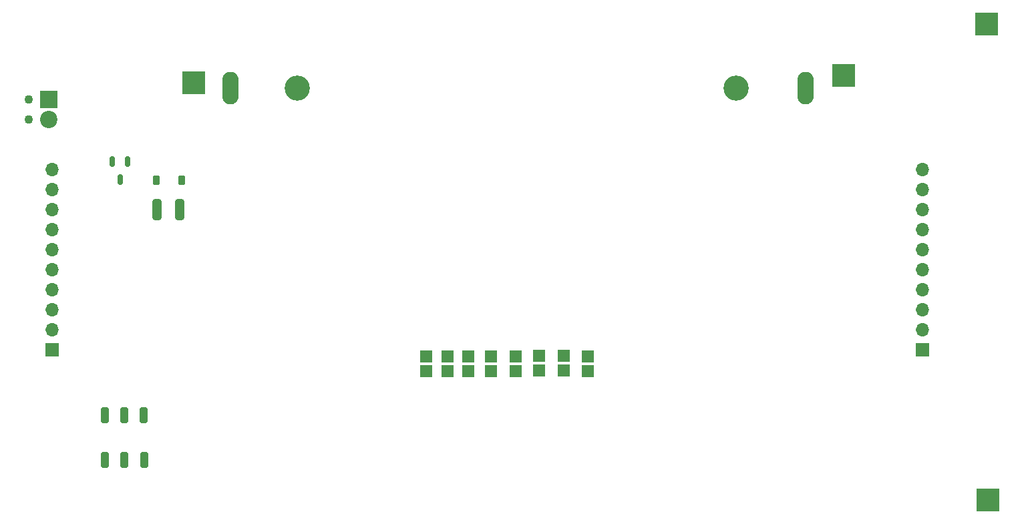
<source format=gbr>
%TF.GenerationSoftware,KiCad,Pcbnew,7.0.5*%
%TF.CreationDate,2023-06-02T17:32:58+02:00*%
%TF.ProjectId,Solar Cell offgrid Power,536f6c61-7220-4436-956c-6c206f666667,rev?*%
%TF.SameCoordinates,Original*%
%TF.FileFunction,Soldermask,Top*%
%TF.FilePolarity,Negative*%
%FSLAX46Y46*%
G04 Gerber Fmt 4.6, Leading zero omitted, Abs format (unit mm)*
G04 Created by KiCad (PCBNEW 7.0.5) date 2023-06-02 17:32:58*
%MOMM*%
%LPD*%
G01*
G04 APERTURE LIST*
G04 Aperture macros list*
%AMRoundRect*
0 Rectangle with rounded corners*
0 $1 Rounding radius*
0 $2 $3 $4 $5 $6 $7 $8 $9 X,Y pos of 4 corners*
0 Add a 4 corners polygon primitive as box body*
4,1,4,$2,$3,$4,$5,$6,$7,$8,$9,$2,$3,0*
0 Add four circle primitives for the rounded corners*
1,1,$1+$1,$2,$3*
1,1,$1+$1,$4,$5*
1,1,$1+$1,$6,$7*
1,1,$1+$1,$8,$9*
0 Add four rect primitives between the rounded corners*
20,1,$1+$1,$2,$3,$4,$5,0*
20,1,$1+$1,$4,$5,$6,$7,0*
20,1,$1+$1,$6,$7,$8,$9,0*
20,1,$1+$1,$8,$9,$2,$3,0*%
G04 Aperture macros list end*
%ADD10R,3.000000X3.000000*%
%ADD11RoundRect,0.150000X-0.150000X0.512500X-0.150000X-0.512500X0.150000X-0.512500X0.150000X0.512500X0*%
%ADD12R,1.700000X1.700000*%
%ADD13O,1.700000X1.700000*%
%ADD14R,1.500000X1.500000*%
%ADD15RoundRect,0.250000X-0.250000X-0.750000X0.250000X-0.750000X0.250000X0.750000X-0.250000X0.750000X0*%
%ADD16C,3.200000*%
%ADD17O,2.070000X4.140000*%
%ADD18RoundRect,0.225000X-0.225000X-0.375000X0.225000X-0.375000X0.225000X0.375000X-0.225000X0.375000X0*%
%ADD19C,1.100000*%
%ADD20R,2.200000X2.200000*%
%ADD21C,2.200000*%
%ADD22RoundRect,0.250000X-0.312500X-1.075000X0.312500X-1.075000X0.312500X1.075000X-0.312500X1.075000X0*%
G04 APERTURE END LIST*
D10*
%TO.C,BAT_POS1*%
X131220000Y-77240000D03*
%TD*%
D11*
%TO.C,Q1*%
X122800000Y-87255000D03*
X120900000Y-87255000D03*
X121850000Y-89530000D03*
%TD*%
D10*
%TO.C,TPBAT_NEG1*%
X213590000Y-76290000D03*
%TD*%
D12*
%TO.C,J2*%
X113290000Y-111150000D03*
D13*
X113290000Y-108610000D03*
X113290000Y-106070000D03*
X113290000Y-103530000D03*
X113290000Y-100990000D03*
X113290000Y-98450000D03*
X113290000Y-95910000D03*
X113290000Y-93370000D03*
X113290000Y-90830000D03*
X113290000Y-88290000D03*
%TD*%
D14*
%TO.C,BK4*%
X160640000Y-113810000D03*
X160640000Y-111950000D03*
%TD*%
%TO.C,BK8*%
X172010000Y-113795000D03*
X172010000Y-111935000D03*
%TD*%
D15*
%TO.C,J4*%
X119900000Y-125080000D03*
X122390000Y-125070000D03*
X124910000Y-125080000D03*
X124830000Y-119450000D03*
X122410000Y-119430000D03*
X119900000Y-119440000D03*
%TD*%
D16*
%TO.C,BT1*%
X144320000Y-77950000D03*
X199935000Y-77950000D03*
D17*
X135825000Y-77950000D03*
X208725000Y-77950000D03*
%TD*%
D14*
%TO.C,BK7*%
X168860000Y-113790000D03*
X168860000Y-111930000D03*
%TD*%
%TO.C,BK6*%
X166020000Y-113820000D03*
X166020000Y-111960000D03*
%TD*%
D10*
%TO.C,TPSC_NEG1*%
X231840000Y-130130000D03*
%TD*%
D14*
%TO.C,BK3*%
X181140000Y-113805000D03*
X181140000Y-111945000D03*
%TD*%
%TO.C,BK2*%
X178100000Y-113745000D03*
X178100000Y-111885000D03*
%TD*%
D12*
%TO.C,J1*%
X223580000Y-111110000D03*
D13*
X223580000Y-108570000D03*
X223580000Y-106030000D03*
X223580000Y-103490000D03*
X223580000Y-100950000D03*
X223580000Y-98410000D03*
X223580000Y-95870000D03*
X223580000Y-93330000D03*
X223580000Y-90790000D03*
X223580000Y-88250000D03*
%TD*%
D18*
%TO.C,D1*%
X126420000Y-89630000D03*
X129720000Y-89630000D03*
%TD*%
D19*
%TO.C,J3*%
X110290000Y-79330000D03*
X110290000Y-81870000D03*
D20*
X112830000Y-79330000D03*
D21*
X112830000Y-81870000D03*
%TD*%
D10*
%TO.C,SC_POS1*%
X231710000Y-69830000D03*
%TD*%
D14*
%TO.C,BK1*%
X174990000Y-113765000D03*
X174990000Y-111905000D03*
%TD*%
%TO.C,BK5*%
X163340000Y-113810000D03*
X163340000Y-111950000D03*
%TD*%
D22*
%TO.C,R1*%
X126537500Y-93360000D03*
X129462500Y-93360000D03*
%TD*%
M02*

</source>
